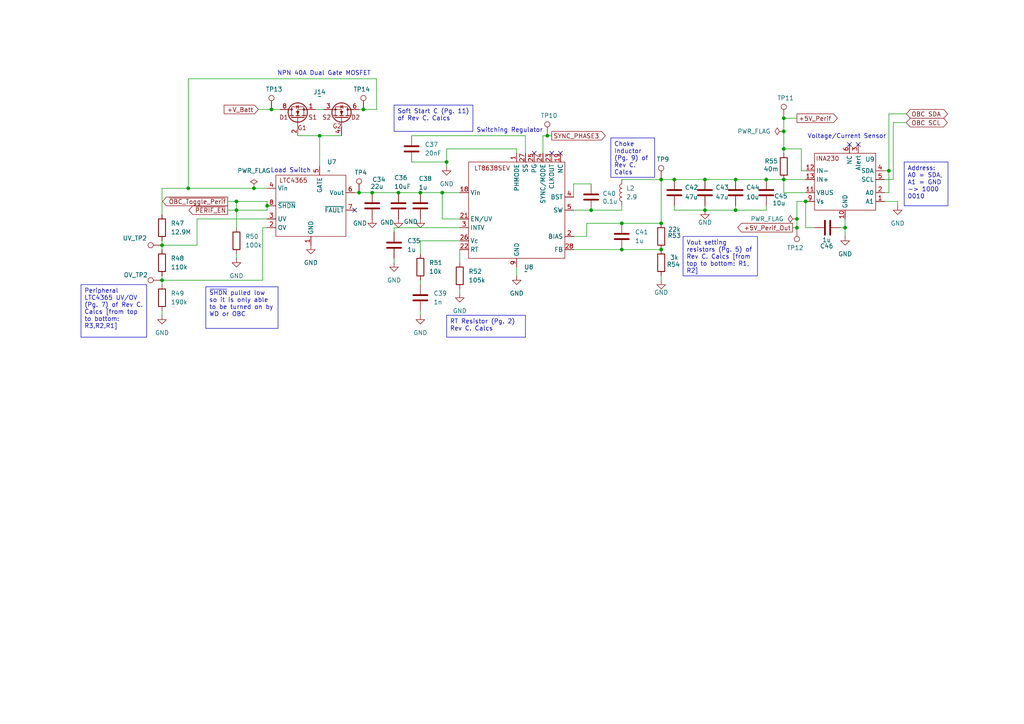
<source format=kicad_sch>
(kicad_sch (version 20250114) (generator "eeschema") (generator_version "9.0")
  (paper "A4")
  (lib_symbols
    (symbol "Connector:TestPoint" (pin_numbers (hide yes)) (pin_names (offset 0.762) (hide yes))
      (property "Reference" "TP" (at 0 6.858 0))
      (property "Value" "TestPoint" (at 0 5.08 0))
      (symbol "TestPoint_0_1"
        (circle (center 0 3.302) (radius 0.762))
      )
      (symbol "TestPoint_1_1"
        (pin passive line (at 0 0 90) (length 2.54) (name "1") (number "1"))
      )
    )
    (symbol "Device:C" (pin_numbers (hide yes)) (pin_names (offset 0.254))
      (property "Reference" "C" (at 0.635 2.54 0))
      (property "Value" "C" (at 0.635 -2.54 0))
      (symbol "C_0_1"
        (polyline (pts (xy -2.032 0.762) (xy 2.032 0.762)) (stroke (width 0.508)))
        (polyline (pts (xy -2.032 -0.762) (xy 2.032 -0.762)) (stroke (width 0.508)))
      )
      (symbol "C_1_1"
        (pin passive line (at 0 3.81 270) (length 2.794) (name "~") (number "1"))
        (pin passive line (at 0 -3.81 90) (length 2.794) (name "~") (number "2"))
      )
    )
    (symbol "Device:L" (pin_numbers (hide yes)) (pin_names (offset 1.016) (hide yes))
      (property "Reference" "L" (at -1.27 0 90))
      (property "Value" "L" (at 1.905 0 90))
      (symbol "L_0_1"
        (arc (start 0 2.54) (mid 0.6323 1.905) (end 0 1.27))
        (arc (start 0 1.27) (mid 0.6323 0.635) (end 0 0))
        (arc (start 0 0) (mid 0.6323 -0.635) (end 0 -1.27))
        (arc (start 0 -1.27) (mid 0.6323 -1.905) (end 0 -2.54))
      )
      (symbol "L_1_1"
        (pin passive line (at 0 3.81 270) (length 1.27) (name "1") (number "1"))
        (pin passive line (at 0 -3.81 90) (length 1.27) (name "2") (number "2"))
      )
    )
    (symbol "Device:R" (pin_numbers (hide yes)) (pin_names (offset 0))
      (property "Reference" "R" (at 2.032 0 90))
      (property "Value" "R" (at 0 0 90))
      (symbol "R_0_1"
        (rectangle (start -1.016 -2.54) (end 1.016 2.54) (stroke (width 0.254)))
      )
      (symbol "R_1_1"
        (pin passive line (at 0 3.81 270) (length 1.27) (name "~") (number "1"))
        (pin passive line (at 0 -3.81 90) (length 1.27) (name "~") (number "2"))
      )
    )
    (symbol "INA230:INA230 [RGT PACKAGE]"
      (property "Reference" "U" (at 7.62 7.62 0))
      (property "Value" "INA230" (at 0 0 0))
      (symbol "INA230 [RGT PACKAGE]_0_1"
        (rectangle (start -8.89 8.89) (end 8.89 -7.62))
      )
      (symbol "INA230 [RGT PACKAGE]_1_1"
        (text "INA230" (at -5.08 7.366 0) (effects (font (size 1.27 1.27))))
        (pin input line (at -11.43 3.81 0) (length 2.54) (name "IN-") (number "12"))
        (pin input line (at -11.43 1.27 0) (length 2.54) (name "IN+") (number "13"))
        (pin input line (at -11.43 -2.54 0) (length 2.54) (name "VBUS") (number "11"))
        (pin power_in line (at -11.43 -5.08 0) (length 2.54) (name "Vs") (number "9"))
        (pin power_in line (at 0 -10.16 90) (length 2.54) (name "GND") (number "10"))
        (pin passive line (at 1.27 11.43 270) (length 2.54) (name "NC") (number "6"))
        (pin output line (at 3.81 11.43 270) (length 2.54) (name "Alert") (number "3"))
        (pin bidirectional line (at 11.43 3.81 180) (length 2.54) (name "SDA") (number "4"))
        (pin bidirectional line (at 11.43 1.27 180) (length 2.54) (name "SCL") (number "5"))
        (pin input line (at 11.43 -2.54 180) (length 2.54) (name "A0") (number "2"))
        (pin input line (at 11.43 -5.08 180) (length 2.54) (name "A1") (number "1"))
      )
    )
    (symbol "LT8638SEV#PBF:LT863SEV#PBF"
      (property "Reference" "U" (at 12.954 -2.286 0))
      (symbol "LT863SEV#PBF_0_1"
        (rectangle (start -13.97 15.24) (end 13.97 -12.7))
      )
      (symbol "LT863SEV#PBF_1_1"
        (text "LT8638SEV\n" (at -7.112 13.462 0) (effects (font (size 1.27 1.27))))
        (pin power_in line (at -16.51 6.35 0) (length 2.54) (name "Vin") (number "18"))
        (pin input line (at -16.51 -1.27 0) (length 2.54) (name "EN/UV") (number "21"))
        (pin input line (at -16.51 -3.81 0) (length 2.54) (name "INTV") (number "3"))
        (pin input line (at -16.51 -7.62 0) (length 2.54) (name "Vc") (number "26"))
        (pin passive line (at -16.51 -10.16 0) (length 2.54) (name "RT") (number "22"))
        (pin passive line (at 0 17.78 270) (length 2.54) (name "PHMODE") (number "1"))
        (pin power_in line (at 0 -15.24 90) (length 2.54) (name "GND") (number "9"))
        (pin passive line (at 2.54 17.78 270) (length 2.54) (name "SS") (number "27"))
        (pin passive line (at 5.08 17.78 270) (length 2.54) (name "PG") (number "25"))
        (pin passive line (at 7.62 17.78 270) (length 2.54) (name "SYNC/MODE") (number "24"))
        (pin passive line (at 10.16 17.78 270) (length 2.54) (name "CLKOUT") (number "23"))
        (pin passive line (at 12.7 17.78 270) (length 2.54) (name "NC") (number "19"))
        (pin power_out line (at 16.51 5.08 180) (length 2.54) (name "BST") (number "4"))
        (pin power_out line (at 16.51 1.27 180) (length 2.54) (name "SW") (number "5"))
        (pin power_out line (at 16.51 -6.35 180) (length 2.54) (name "BIAS") (number "2"))
        (pin power_out line (at 16.51 -10.16 180) (length 2.54) (name "FB") (number "28"))
      )
    )
    (symbol "LTC4365:LTC4365"
      (property "Reference" "U" (at 7.874 -7.874 0))
      (symbol "LTC4365_0_1"
        (rectangle (start -11.43 8.89) (end 8.89 -8.89))
      )
      (symbol "LTC4365_1_1"
        (text "LTC4365\n" (at -6.35 7.366 0) (effects (font (size 1.27 1.27))))
        (pin power_in line (at -13.97 5.08 0) (length 2.54) (name "Vin") (number "4"))
        (pin passive line (at -13.97 0 0) (length 2.54) (name "~{SHDN}") (number "8"))
        (pin input line (at -13.97 -3.81 0) (length 2.54) (name "UV") (number "3"))
        (pin input line (at -13.97 -6.35 0) (length 2.54) (name "OV") (number "2"))
        (pin power_in line (at -1.27 -11.43 90) (length 2.54) (name "GND") (number "1"))
        (pin output line (at 1.27 11.43 270) (length 2.54) (name "GATE") (number "5"))
        (pin power_out line (at 11.43 3.81 180) (length 2.54) (name "Vout") (number "6"))
        (pin output line (at 11.43 -1.27 180) (length 2.54) (name "~{FAULT}") (number "7"))
      )
    )
    (symbol "SISB46DN:SISB46DN"
      (symbol "SISB46DN_0_1"
        (polyline (pts (xy -8.89 1.27) (xy -8.128 1.27)))
        (polyline (pts (xy -8.636 -0.508) (xy -7.62 -0.508)) (stroke (width 0.254)))
        (polyline (pts (xy -8.255 -1.016) (xy -4.445 -1.016)) (stroke (width 0.254)))
        (circle (center -8.128 1.27) (radius 0.254) (fill (type outline)))
        (polyline (pts (xy -6.858 1.524) (xy -6.731 1.651) (xy -6.731 2.413) (xy -6.604 2.54)))
        (polyline (pts (xy -6.858 -0.508) (xy -5.842 -0.508)) (stroke (width 0.254)))
        (polyline (pts (xy -6.731 2.032) (xy -6.096 1.651) (xy -6.096 2.413) (xy -6.731 2.032)))
        (circle (center -6.35 0.381) (radius 2.794) (stroke (width 0.254)))
        (polyline (pts (xy -6.35 -0.254) (xy -6.731 0.762) (xy -5.969 0.762) (xy -6.35 -0.254)) (fill (type outline)))
        (polyline (pts (xy -6.35 -1.016) (xy -6.35 -3.81)))
        (polyline (pts (xy -5.08 -0.508) (xy -4.064 -0.508)) (stroke (width 0.254)))
        (circle (center -4.572 1.27) (radius 0.254) (fill (type outline)))
        (polyline (pts (xy -4.572 -0.508) (xy -4.572 2.032) (xy -8.128 2.032) (xy -8.128 -0.508)))
        (polyline (pts (xy -3.81 1.27) (xy -6.35 1.27) (xy -6.35 -0.508)))
        (polyline (pts (xy 3.81 1.27) (xy 6.35 1.27) (xy 6.35 -0.508)))
        (circle (center 4.572 1.27) (radius 0.254) (fill (type outline)))
        (polyline (pts (xy 4.572 -0.508) (xy 4.572 2.032) (xy 8.128 2.032) (xy 8.128 -0.508)))
        (polyline (pts (xy 5.08 -0.508) (xy 4.064 -0.508)) (stroke (width 0.254)))
        (circle (center 6.35 0.381) (radius 2.794) (stroke (width 0.254)))
        (polyline (pts (xy 6.35 -0.254) (xy 6.731 0.762) (xy 5.969 0.762) (xy 6.35 -0.254)) (fill (type outline)))
        (polyline (pts (xy 6.35 -1.016) (xy 6.35 -3.81)))
        (polyline (pts (xy 6.731 2.032) (xy 6.096 1.651) (xy 6.096 2.413) (xy 6.731 2.032)))
        (polyline (pts (xy 6.858 1.524) (xy 6.731 1.651) (xy 6.731 2.413) (xy 6.604 2.54)))
        (polyline (pts (xy 6.858 -0.508) (xy 5.842 -0.508)) (stroke (width 0.254)))
        (circle (center 8.128 1.27) (radius 0.254) (fill (type outline)))
        (polyline (pts (xy 8.255 -1.016) (xy 4.445 -1.016)) (stroke (width 0.254)))
        (polyline (pts (xy 8.636 -0.508) (xy 7.62 -0.508)) (stroke (width 0.254)))
        (polyline (pts (xy 8.89 1.27) (xy 8.128 1.27)))
      )
      (symbol "SISB46DN_1_1"
        (text "D1" (at -10.414 -1.016 0) (effects (font (size 1.27 1.27))))
        (text "G1" (at -5.08 -4.064 0) (effects (font (size 1.27 1.27))))
        (text "S1" (at -2.032 -1.016 0) (effects (font (size 1.27 1.27))))
        (text "S2" (at 2.032 -1.016 0) (effects (font (size 1.27 1.27))))
        (text "G2" (at 5.08 -3.556 0) (effects (font (size 1.27 1.27))))
        (text "D2" (at 10.414 -1.016 0) (effects (font (size 1.27 1.27))))
        (pin passive line (at -11.43 1.27 0) (length 2.54) (hide yes) (name "") (number "7"))
        (pin passive line (at -11.43 1.27 0) (length 2.54) (name "") (number "8"))
        (pin input line (at -6.35 -6.35 90) (length 2.54) (name "") (number "2"))
        (pin passive line (at -1.27 1.27 180) (length 2.54) (name "") (number "1"))
        (pin passive line (at 1.27 1.27 0) (length 2.54) (name "") (number "3"))
        (pin input line (at 6.35 -6.35 90) (length 2.54) (name "") (number "4"))
        (pin passive line (at 11.43 1.27 180) (length 2.54) (hide yes) (name "") (number "5"))
        (pin passive line (at 11.43 1.27 180) (length 2.54) (name "") (number "6"))
      )
    )
    (symbol "power:GND" (power) (pin_numbers (hide yes)) (pin_names (offset 0) (hide yes))
      (property "Value" "GND" (at 0 -3.81 0))
      (symbol "GND_0_1"
        (polyline (pts (xy 0 0) (xy 0 -1.27) (xy 1.27 -1.27) (xy 0 -2.54) (xy -1.27 -1.27) (xy 0 -1.27)))
      )
      (symbol "GND_1_1"
        (pin power_in line (at 0 0 270) (length 0) (name "~") (number "1"))
      )
    )
    (symbol "power:PWR_FLAG" (power) (pin_numbers (hide yes)) (pin_names (offset 0) (hide yes))
      (property "Value" "PWR_FLAG" (at 0 3.81 0))
      (symbol "PWR_FLAG_0_0"
        (pin power_out line (at 0 0 90) (length 0) (name "~") (number "1"))
      )
      (symbol "PWR_FLAG_0_1"
        (polyline (pts (xy 0 0) (xy 0 1.27) (xy -1.016 1.905) (xy 0 2.54) (xy 1.016 1.905) (xy 0 1.27)))
      )
    )
  )
  (text "Voltage/Current Sensor" (at 245.618 39.624 0) (effects (font (size 1.27 1.27))))
  (text "NPN 40A Dual Gate MOSFET" (at 93.98 21.336 0) (effects (font (size 1.27 1.27))))
  (text "Load Switch" (at 84.328 49.53 0) (effects (font (size 1.27 1.27))))
  (text "Switching Regulator" (at 147.828 37.846 0) (effects (font (size 1.27 1.27))))
  (text_box "Vout setting resistors (Pg. 5) of Rev C. Calcs [from top to bottom: R1, R2]" (at 198.12 68.58 0) (size 21.59 11.43) (margins 0.9525 0.9525 0.9525 0.9525) (effects (font (size 1.27 1.27)) (justify left top)))
  (text_box "Peripheral LTC4365 UV/OV (Pg. 7) of Rev C. Calcs [from top to bottom: R3,R2,R1]" (at 23.495 82.55 0) (size 19.05 15.24) (margins 0.9525 0.9525 0.9525 0.9525) (effects (font (size 1.27 1.27)) (justify left top)))
  (text_box "RT Resistor (Pg. 2) Rev C. Calcs" (at 129.54 91.44 0) (size 22.86 6.35) (margins 0.9525 0.9525 0.9525 0.9525) (effects (font (size 1.27 1.27)) (justify left top)))
  (text_box "Soft Start C (Pg. 11) of Rev C. Calcs" (at 114.3 30.48 0) (size 22.86 7.62) (margins 0.9525 0.9525 0.9525 0.9525) (effects (font (size 1.27 1.27)) (justify left top)))
  (text_box "Choke Inductor (Pg. 9) of Rev C. Calcs" (at 177.165 40.005 0) (size 12.7 11.43) (margins 0.9525 0.9525 0.9525 0.9525) (effects (font (size 1.27 1.27)) (justify left top)))
  (text_box "~{SHDN} pulled low so it is only able to be turned on by WD or OBC" (at 59.69 83.185 0) (size 20.955 12.065) (margins 0.9525 0.9525 0.9525 0.9525) (effects (font (size 1.27 1.27)) (justify left top)))
  (text_box "Address: A0 = SDA, A1 = GND -> 1000 0010\n\n" (at 262.255 46.99 0) (size 12.7 12.7) (margins 0.9525 0.9525 0.9525 0.9525) (effects (font (size 1.27 1.27)) (justify left top)))
  (junction (at 46.99 71.12))
  (junction (at 73.66 54.61))
  (junction (at 222.25 52.07))
  (junction (at 204.47 60.96))
  (junction (at 68.58 58.42))
  (junction (at 129.54 46.99))
  (junction (at 92.71 39.37))
  (junction (at 121.92 55.88))
  (junction (at 158.75 39.37))
  (junction (at 171.45 60.96))
  (junction (at 191.77 72.39))
  (junction (at 233.68 58.42))
  (junction (at 245.11 66.04))
  (junction (at 180.34 72.39))
  (junction (at 231.14 66.04))
  (junction (at 231.14 63.5))
  (junction (at 68.58 60.96))
  (junction (at 107.95 55.88))
  (junction (at 128.27 55.88))
  (junction (at 191.77 64.77))
  (junction (at 78.74 31.75))
  (junction (at 54.61 54.61))
  (junction (at 227.33 43.18))
  (junction (at 227.33 34.29))
  (junction (at 191.77 52.07))
  (junction (at 195.58 52.07))
  (junction (at 204.47 52.07))
  (junction (at 180.34 64.77))
  (junction (at 213.36 52.07))
  (junction (at 46.99 81.28))
  (junction (at 104.14 55.88))
  (junction (at 115.57 55.88))
  (junction (at 213.36 60.96))
  (junction (at 105.41 31.75))
  (junction (at 257.81 49.53))
  (junction (at 77.47 59.69))
  (junction (at 227.33 52.07))
  (junction (at 227.33 38.1))
  (no_connect (at 162.56 44.45))
  (no_connect (at 102.87 60.96))
  (no_connect (at 248.92 41.91))
  (no_connect (at 154.94 44.45))
  (no_connect (at 160.02 44.45))
  (no_connect (at 246.38 41.91))
  (wire (pts (xy 104.14 31.75) (xy 105.41 31.75)))
  (wire (pts (xy 191.77 52.07) (xy 195.58 52.07)))
  (wire (pts (xy 115.57 55.88) (xy 121.92 55.88)))
  (wire (pts (xy 232.41 43.18) (xy 232.41 49.53)))
  (wire (pts (xy 195.58 52.07) (xy 204.47 52.07)))
  (wire (pts (xy 204.47 52.07) (xy 213.36 52.07)))
  (wire (pts (xy 46.99 69.85) (xy 46.99 71.12)))
  (wire (pts (xy 180.34 72.39) (xy 191.77 72.39)))
  (wire (pts (xy 46.99 54.61) (xy 46.99 62.23)))
  (wire (pts (xy 121.92 90.17) (xy 121.92 91.44)))
  (wire (pts (xy 191.77 52.07) (xy 191.77 64.77)))
  (wire (pts (xy 46.99 80.01) (xy 46.99 81.28)))
  (wire (pts (xy 68.58 58.42) (xy 77.47 58.42)))
  (wire (pts (xy 227.33 52.07) (xy 227.33 55.88)))
  (wire (pts (xy 66.04 60.96) (xy 68.58 60.96)))
  (wire (pts (xy 166.37 53.34) (xy 171.45 53.34)))
  (wire (pts (xy 243.84 66.04) (xy 245.11 66.04)))
  (wire (pts (xy 227.33 43.18) (xy 232.41 43.18)))
  (wire (pts (xy 68.58 60.96) (xy 68.58 66.04)))
  (wire (pts (xy 128.27 55.88) (xy 133.35 55.88)))
  (wire (pts (xy 166.37 68.58) (xy 170.18 68.58)))
  (wire (pts (xy 195.58 60.96) (xy 204.47 60.96)))
  (wire (pts (xy 160.02 39.37) (xy 158.75 39.37)))
  (wire (pts (xy 149.86 43.18) (xy 129.54 43.18)))
  (wire (pts (xy 76.2 81.28) (xy 76.2 66.04)))
  (wire (pts (xy 195.58 59.69) (xy 195.58 60.96)))
  (wire (pts (xy 149.86 43.18) (xy 149.86 44.45)))
  (wire (pts (xy 191.77 81.28) (xy 191.77 80.01)))
  (wire (pts (xy 222.25 60.96) (xy 222.25 59.69)))
  (wire (pts (xy 158.75 39.37) (xy 157.48 39.37)))
  (wire (pts (xy 233.68 66.04) (xy 236.22 66.04)))
  (wire (pts (xy 46.99 81.28) (xy 46.99 82.55)))
  (wire (pts (xy 231.14 63.5) (xy 231.14 58.42)))
  (wire (pts (xy 166.37 72.39) (xy 180.34 72.39)))
  (wire (pts (xy 121.92 81.28) (xy 121.92 82.55)))
  (wire (pts (xy 231.14 58.42) (xy 233.68 58.42)))
  (wire (pts (xy 222.25 52.07) (xy 227.33 52.07)))
  (wire (pts (xy 109.22 31.75) (xy 109.22 22.86)))
  (wire (pts (xy 227.33 38.1) (xy 227.33 34.29)))
  (wire (pts (xy 213.36 52.07) (xy 222.25 52.07)))
  (wire (pts (xy 245.11 68.58) (xy 245.11 66.04)))
  (wire (pts (xy 68.58 60.96) (xy 77.47 60.96)))
  (wire (pts (xy 54.61 54.61) (xy 73.66 54.61)))
  (wire (pts (xy 46.99 90.17) (xy 46.99 91.44)))
  (wire (pts (xy 257.81 33.02) (xy 262.89 33.02)))
  (wire (pts (xy 129.54 43.18) (xy 129.54 46.99)))
  (wire (pts (xy 133.35 63.5) (xy 128.27 63.5)))
  (wire (pts (xy 105.41 31.75) (xy 109.22 31.75)))
  (wire (pts (xy 46.99 71.12) (xy 57.15 71.12)))
  (wire (pts (xy 57.15 63.5) (xy 57.15 71.12)))
  (wire (pts (xy 166.37 57.15) (xy 166.37 53.34)))
  (wire (pts (xy 68.58 58.42) (xy 68.58 60.96)))
  (wire (pts (xy 152.4 44.45) (xy 152.4 39.37)))
  (wire (pts (xy 170.18 64.77) (xy 180.34 64.77)))
  (wire (pts (xy 109.22 22.86) (xy 54.61 22.86)))
  (wire (pts (xy 227.33 55.88) (xy 233.68 55.88)))
  (wire (pts (xy 121.92 69.85) (xy 121.92 73.66)))
  (wire (pts (xy 92.71 39.37) (xy 92.71 48.26)))
  (wire (pts (xy 256.54 58.42) (xy 260.35 58.42)))
  (wire (pts (xy 256.54 49.53) (xy 257.81 49.53)))
  (wire (pts (xy 91.44 31.75) (xy 93.98 31.75)))
  (wire (pts (xy 129.54 48.26) (xy 129.54 46.99)))
  (wire (pts (xy 133.35 83.82) (xy 133.35 85.09)))
  (wire (pts (xy 133.35 69.85) (xy 121.92 69.85)))
  (wire (pts (xy 245.11 66.04) (xy 245.11 63.5)))
  (wire (pts (xy 107.95 55.88) (xy 115.57 55.88)))
  (wire (pts (xy 46.99 71.12) (xy 46.99 72.39)))
  (wire (pts (xy 152.4 39.37) (xy 119.38 39.37)))
  (wire (pts (xy 257.81 55.88) (xy 257.81 49.53)))
  (wire (pts (xy 149.86 77.47) (xy 149.86 80.01)))
  (wire (pts (xy 121.92 55.88) (xy 128.27 55.88)))
  (wire (pts (xy 204.47 60.96) (xy 213.36 60.96)))
  (wire (pts (xy 66.04 58.42) (xy 68.58 58.42)))
  (wire (pts (xy 114.3 67.31) (xy 114.3 66.04)))
  (wire (pts (xy 227.33 34.29) (xy 231.14 34.29)))
  (wire (pts (xy 259.08 52.07) (xy 259.08 35.56)))
  (wire (pts (xy 92.71 39.37) (xy 99.06 39.37)))
  (wire (pts (xy 229.87 66.04) (xy 231.14 66.04)))
  (wire (pts (xy 180.34 60.96) (xy 180.34 59.69)))
  (wire (pts (xy 171.45 60.96) (xy 180.34 60.96)))
  (wire (pts (xy 77.47 58.42) (xy 77.47 59.69)))
  (wire (pts (xy 76.2 66.04) (xy 77.47 66.04)))
  (wire (pts (xy 68.58 73.66) (xy 68.58 74.93)))
  (wire (pts (xy 166.37 60.96) (xy 171.45 60.96)))
  (wire (pts (xy 77.47 60.96) (xy 77.47 59.69)))
  (wire (pts (xy 256.54 55.88) (xy 257.81 55.88)))
  (wire (pts (xy 114.3 66.04) (xy 133.35 66.04)))
  (wire (pts (xy 231.14 66.04) (xy 231.14 63.5)))
  (wire (pts (xy 57.15 63.5) (xy 77.47 63.5)))
  (wire (pts (xy 114.3 74.93) (xy 114.3 76.2)))
  (wire (pts (xy 54.61 22.86) (xy 54.61 54.61)))
  (wire (pts (xy 133.35 72.39) (xy 133.35 76.2)))
  (wire (pts (xy 213.36 60.96) (xy 222.25 60.96)))
  (wire (pts (xy 104.14 55.88) (xy 107.95 55.88)))
  (wire (pts (xy 86.36 39.37) (xy 92.71 39.37)))
  (wire (pts (xy 102.87 55.88) (xy 104.14 55.88)))
  (wire (pts (xy 256.54 52.07) (xy 259.08 52.07)))
  (wire (pts (xy 227.33 43.18) (xy 227.33 44.45)))
  (wire (pts (xy 233.68 58.42) (xy 233.68 66.04)))
  (wire (pts (xy 227.33 43.18) (xy 227.33 38.1)))
  (wire (pts (xy 213.36 59.69) (xy 213.36 60.96)))
  (wire (pts (xy 204.47 59.69) (xy 204.47 60.96)))
  (wire (pts (xy 78.74 31.75) (xy 81.28 31.75)))
  (wire (pts (xy 259.08 35.56) (xy 262.89 35.56)))
  (wire (pts (xy 191.77 52.07) (xy 180.34 52.07)))
  (wire (pts (xy 257.81 49.53) (xy 257.81 33.02)))
  (wire (pts (xy 74.93 31.75) (xy 78.74 31.75)))
  (wire (pts (xy 157.48 39.37) (xy 157.48 44.45)))
  (wire (pts (xy 170.18 64.77) (xy 170.18 68.58)))
  (wire (pts (xy 46.99 54.61) (xy 54.61 54.61)))
  (wire (pts (xy 232.41 49.53) (xy 233.68 49.53)))
  (wire (pts (xy 73.66 54.61) (xy 77.47 54.61)))
  (wire (pts (xy 46.99 81.28) (xy 76.2 81.28)))
  (wire (pts (xy 227.33 52.07) (xy 233.68 52.07)))
  (wire (pts (xy 260.35 58.42) (xy 260.35 59.69)))
  (wire (pts (xy 119.38 46.99) (xy 129.54 46.99)))
  (wire (pts (xy 180.34 64.77) (xy 191.77 64.77)))
  (wire (pts (xy 128.27 63.5) (xy 128.27 55.88)))
  (global_label "~{OBC_Toggle_Perif}" (shape output) (at 66.04 58.42 180) (property "Intersheetrefs" "${INTERSHEET_REFS}" (effects (hide yes))))
  (global_label "OBC SDA" (shape bidirectional) (at 262.89 33.02 0) (property "Intersheetrefs" "${INTERSHEET_REFS}" (effects (hide yes))))
  (global_label "~{PERIF_EN}" (shape output) (at 66.04 60.96 180) (property "Intersheetrefs" "${INTERSHEET_REFS}" (effects (hide yes))))
  (global_label "+5V_Perif_Out" (shape output) (at 229.87 66.04 180) (property "Intersheetrefs" "${INTERSHEET_REFS}" (effects (hide yes))))
  (global_label "OBC SCL" (shape bidirectional) (at 262.89 35.56 0) (property "Intersheetrefs" "${INTERSHEET_REFS}" (effects (hide yes))))
  (global_label "+5V_Perif" (shape output) (at 231.14 34.29 0) (property "Intersheetrefs" "${INTERSHEET_REFS}" (effects (hide yes))))
  (global_label "SYNC_PHASE3" (shape output) (at 160.02 39.37 0) (property "Intersheetrefs" "${INTERSHEET_REFS}" (effects (hide yes))))
  (global_label "+V_Batt" (shape input) (at 74.93 31.75 180) (property "Intersheetrefs" "${INTERSHEET_REFS}" (effects (hide yes))))
  (symbol (lib_id "Device:R") (at 68.58 69.85 0) (unit 1)
    (property "Reference" "R50" (at 71.12 68.5799 0) (effects (justify left)))
    (property "Value" "100k" (at 71.12 71.1199 0) (effects (justify left)))
    (property "Footprint" "Resistor_SMD:R_0603_1608Metric" (effects (hide yes)))
    (property "Description" "Resistor" (effects (hide yes)))
  )
  (symbol (lib_id "power:GND") (at 149.86 80.01 0) (unit 1)
    (property "Reference" "#PWR055" (effects (hide yes)))
    (property "Value" "GND" (at 149.86 85.09 0))
    (property "Description" "Power symbol creates a global label with name \"GND\" , ground" (effects (hide yes)))
  )
  (symbol (lib_id "power:GND") (at 107.95 63.5 0) (unit 1)
    (property "Reference" "#PWR048" (effects (hide yes)))
    (property "Value" "GND" (at 104.394 64.77 0))
    (property "Description" "Power symbol creates a global label with name \"GND\" , ground" (effects (hide yes)))
  )
  (symbol (lib_id "Device:C") (at 121.92 86.36 0) (unit 1)
    (property "Reference" "C39" (at 125.73 85.0899 0) (effects (justify left)))
    (property "Value" "1n" (at 125.73 87.6299 0) (effects (justify left)))
    (property "Footprint" "Capacitor_SMD:C_1210_3225Metric" (effects (hide yes)))
    (property "Description" "Unpolarized capacitor" (effects (hide yes)))
  )
  (symbol (lib_id "power:GND") (at 191.77 81.28 0) (unit 1)
    (property "Reference" "#PWR056" (effects (hide yes)))
    (property "Value" "GND" (at 191.77 84.836 0))
    (property "Description" "Power symbol creates a global label with name \"GND\" , ground" (effects (hide yes)))
  )
  (symbol (lib_id "Device:R") (at 227.33 48.26 0) (unit 1)
    (property "Reference" "R55" (at 221.742 46.736 0) (effects (justify left)))
    (property "Value" "40m" (at 221.488 49.022 0) (effects (justify left)))
    (property "Footprint" "Resistor_SMD:R_0603_1608Metric" (effects (hide yes)))
    (property "Description" "Resistor" (effects (hide yes)))
  )
  (symbol (lib_id "Device:R") (at 46.99 66.04 0) (unit 1)
    (property "Reference" "R47" (at 49.53 64.7699 0) (effects (justify left)))
    (property "Value" "12.9M" (at 49.53 67.3099 0) (effects (justify left)))
    (property "Footprint" "Resistor_SMD:R_0603_1608Metric" (effects (hide yes)))
    (property "Description" "Resistor" (effects (hide yes)))
  )
  (symbol (lib_id "Device:R") (at 46.99 86.36 0) (unit 1)
    (property "Reference" "R49" (at 49.53 85.0899 0) (effects (justify left)))
    (property "Value" "190k" (at 49.53 87.6299 0) (effects (justify left)))
    (property "Footprint" "Resistor_SMD:R_0603_1608Metric" (effects (hide yes)))
    (property "Description" "Resistor" (effects (hide yes)))
  )
  (symbol (lib_id "power:GND") (at 129.54 48.26 0) (unit 1)
    (property "Reference" "#PWR053" (effects (hide yes)))
    (property "Value" "GND" (at 129.54 53.34 0))
    (property "Description" "Power symbol creates a global label with name \"GND\" , ground" (effects (hide yes)))
  )
  (symbol (lib_id "Device:R") (at 133.35 80.01 0) (unit 1)
    (property "Reference" "R52" (at 135.89 78.7399 0) (effects (justify left)))
    (property "Value" "105k" (at 135.89 81.2799 0) (effects (justify left)))
    (property "Footprint" "Resistor_SMD:R_0603_1608Metric" (effects (hide yes)))
    (property "Description" "Resistor" (effects (hide yes)))
  )
  (symbol (lib_id "Connector:TestPoint") (at 227.33 34.29 0) (unit 1)
    (property "Reference" "TP11" (at 227.838 28.448 0))
    (property "Value" "TestPoint" (effects (hide yes)))
    (property "Footprint" "TestPoint:TestPoint_Pad_1.0x1.0mm" (effects (hide yes)))
    (property "Description" "test point" (effects (hide yes)))
  )
  (symbol (lib_id "LTC4365:LTC4365") (at 91.44 59.69 0) (unit 1)
    (property "Reference" "U7" (at 94.8533 46.99 0) (effects (justify left)))
    (property "Value" "~" (at 94.8533 49.53 0) (effects (justify left)))
    (property "Footprint" "RevC Footprints:LTC4365" (effects (hide yes)))
    (property "Datasheet" "https://www.analog.com/media/en/technical-documentation/data-sheets/LTC4365.pdf" (effects (hide yes)))
    (property "Description" "Overvoltage, Undervoltage and Reverse Supply Protection Controller" (effects (hide yes)))
  )
  (symbol (lib_id "Device:C") (at 195.58 55.88 0) (unit 1)
    (property "Reference" "C42" (at 198.628 54.356 0) (effects (justify left)))
    (property "Value" "47u" (at 198.628 57.15 0) (effects (justify left)))
    (property "Footprint" "Capacitor_SMD:C_1210_3225Metric" (effects (hide yes)))
    (property "Description" "Unpolarized capacitor" (effects (hide yes)))
  )
  (symbol (lib_id "Device:L") (at 180.34 55.88 180) (unit 1)
    (property "Reference" "L2" (at 181.61 54.6099 0) (effects (justify right)))
    (property "Value" "2.9" (at 181.61 57.1499 0) (effects (justify right)))
    (property "Footprint" "RevC Footprints:XEL6030102MEC" (effects (hide yes)))
    (property "Datasheet" "https://www.coilcraft.com/en-us/products/power/shielded-inductors/molded-inductor/xel/xel6030/?srsltid=AfmBOoqxe6hS-AVIr3woqGFRZjt3QaXyQi86MwGE0zvqKz2AENsjz4RA" (effects (hide yes)))
    (property "Description" "Coilcraft XEL6030-102 Power Inductor" (effects (hide yes)))
  )
  (symbol (lib_id "Device:C") (at 222.25 55.88 0) (unit 1)
    (property "Reference" "C45" (at 224.536 56.896 0) (effects (justify left)))
    (property "Value" "10u" (at 224.028 58.928 0) (effects (justify left)))
    (property "Footprint" "Capacitor_SMD:C_1210_3225Metric" (effects (hide yes)))
    (property "Description" "Unpolarized capacitor" (effects (hide yes)))
  )
  (symbol (lib_id "SISB46DN:SISB46DN") (at 92.71 33.02 0) (unit 1)
    (property "Reference" "J14" (at 92.71 26.67 0))
    (property "Value" "~" (at 92.71 27.94 0))
    (property "Footprint" "RevC Footprints:SISB46DN-T1-GE3" (effects (hide yes)))
    (property "Datasheet" "https://www.vishay.com/docs/76655/sisb46dn.pdf" (effects (hide yes)))
    (property "Description" "Dual N-Channel 40V (D-S) MOSFET" (effects (hide yes)))
  )
  (symbol (lib_id "power:GND") (at 121.92 63.5 0) (unit 1)
    (property "Reference" "#PWR051" (effects (hide yes)))
    (property "Value" "GND" (at 119.126 64.262 0))
    (property "Description" "Power symbol creates a global label with name \"GND\" , ground" (effects (hide yes)))
  )
  (symbol (lib_id "Connector:TestPoint") (at 46.99 81.28 90) (unit 1)
    (property "Reference" "OV_TP2" (at 39.37 79.756 90))
    (property "Value" "TestPoint" (effects (hide yes)))
    (property "Footprint" "TestPoint:TestPoint_Pad_1.0x1.0mm" (effects (hide yes)))
    (property "Description" "test point" (effects (hide yes)))
  )
  (symbol (lib_id "Device:C") (at 119.38 43.18 0) (unit 1)
    (property "Reference" "C37" (at 123.19 41.9099 0) (effects (justify left)))
    (property "Value" "20nF" (at 123.19 44.4499 0) (effects (justify left)))
    (property "Footprint" "Capacitor_SMD:C_1210_3225Metric" (effects (hide yes)))
    (property "Description" "Unpolarized capacitor" (effects (hide yes)))
  )
  (symbol (lib_id "LT8638SEV#PBF:LT863SEV#PBF") (at 149.86 62.23 0) (unit 1)
    (property "Reference" "U8" (at 152.0033 77.47 0) (effects (justify left)))
    (property "Value" "~" (at 152.0033 78.74 0) (effects (justify left)))
    (property "Footprint" "RevC Footprints:LT8638SEVPBF" (effects (hide yes)))
    (property "Datasheet" "https://www.mouser.com/datasheet/2/609/lt8638s-2301712.pdf" (effects (hide yes)))
    (property "Description" "42V, 10A/12A Peak Synchronous Step-Down Silent Switcher 2" (effects (hide yes)))
  )
  (symbol (lib_id "power:GND") (at 114.3 76.2 0) (unit 1)
    (property "Reference" "#PWR049" (effects (hide yes)))
    (property "Value" "GND" (at 114.3 81.28 0))
    (property "Description" "Power symbol creates a global label with name \"GND\" , ground" (effects (hide yes)))
  )
  (symbol (lib_id "power:PWR_FLAG") (at 231.14 63.5 90) (unit 1)
    (property "Reference" "#FLG010" (effects (hide yes)))
    (property "Value" "PWR_FLAG" (at 227.33 63.4999 90) (effects (justify left)))
    (property "Description" "Special symbol for telling ERC where power comes from" (effects (hide yes)))
  )
  (symbol (lib_id "Device:R") (at 191.77 76.2 0) (unit 1)
    (property "Reference" "R54" (at 195.326 76.708 0))
    (property "Value" "3k" (at 195.58 74.676 0))
    (property "Footprint" "Resistor_SMD:R_0603_1608Metric" (effects (hide yes)))
    (property "Description" "Resistor" (effects (hide yes)))
  )
  (symbol (lib_id "Device:C") (at 121.92 59.69 0) (unit 1)
    (property "Reference" "C38" (at 121.412 51.816 0) (effects (justify left)))
    (property "Value" "1u" (at 121.412 54.356 0) (effects (justify left)))
    (property "Footprint" "Capacitor_SMD:C_1210_3225Metric" (effects (hide yes)))
    (property "Description" "Unpolarized capacitor" (effects (hide yes)))
  )
  (symbol (lib_id "power:GND") (at 68.58 74.93 0) (unit 1)
    (property "Reference" "#PWR046" (effects (hide yes)))
    (property "Value" "GND" (at 68.58 80.01 0))
    (property "Description" "Power symbol creates a global label with name \"GND\" , ground" (effects (hide yes)))
  )
  (symbol (lib_id "power:GND") (at 204.47 60.96 0) (unit 1)
    (property "Reference" "#PWR057" (effects (hide yes)))
    (property "Value" "GND" (at 204.47 64.516 0))
    (property "Description" "Power symbol creates a global label with name \"GND\" , ground" (effects (hide yes)))
  )
  (symbol (lib_id "power:PWR_FLAG") (at 73.66 54.61 0) (unit 1)
    (property "Reference" "#FLG08" (effects (hide yes)))
    (property "Value" "PWR_FLAG" (at 73.66 49.53 0))
    (property "Description" "Special symbol for telling ERC where power comes from" (effects (hide yes)))
  )
  (symbol (lib_id "Device:C") (at 213.36 55.88 0) (unit 1)
    (property "Reference" "C44" (at 216.408 54.356 0) (effects (justify left)))
    (property "Value" "10u" (at 216.408 57.15 0) (effects (justify left)))
    (property "Footprint" "Capacitor_SMD:C_1210_3225Metric" (effects (hide yes)))
    (property "Description" "Unpolarized capacitor" (effects (hide yes)))
  )
  (symbol (lib_id "Connector:TestPoint") (at 46.99 71.12 90) (unit 1)
    (property "Reference" "UV_TP2" (at 39.116 69.088 90))
    (property "Value" "TestPoint" (effects (hide yes)))
    (property "Footprint" "TestPoint:TestPoint_Pad_1.0x1.0mm" (effects (hide yes)))
    (property "Description" "test point" (effects (hide yes)))
  )
  (symbol (lib_id "Connector:TestPoint") (at 231.14 66.04 180) (unit 1)
    (property "Reference" "TP12" (at 230.632 71.882 0))
    (property "Value" "TestPoint" (effects (hide yes)))
    (property "Footprint" "TestPoint:TestPoint_Pad_1.0x1.0mm" (effects (hide yes)))
    (property "Description" "test point" (effects (hide yes)))
  )
  (symbol (lib_id "Device:C") (at 114.3 71.12 0) (unit 1)
    (property "Reference" "C35" (at 118.11 69.8499 0) (effects (justify left)))
    (property "Value" "1u" (at 118.11 72.3899 0) (effects (justify left)))
    (property "Footprint" "Capacitor_SMD:C_1210_3225Metric" (effects (hide yes)))
    (property "Description" "Unpolarized capacitor" (effects (hide yes)))
  )
  (symbol (lib_id "power:GND") (at 115.57 63.5 0) (unit 1)
    (property "Reference" "#PWR050" (effects (hide yes)))
    (property "Value" "GND" (at 112.268 64.516 0))
    (property "Description" "Power symbol creates a global label with name \"GND\" , ground" (effects (hide yes)))
  )
  (symbol (lib_id "power:GND") (at 90.17 71.12 0) (unit 1)
    (property "Reference" "#PWR047" (effects (hide yes)))
    (property "Value" "GND" (at 90.17 76.2 0))
    (property "Description" "Power symbol creates a global label with name \"GND\" , ground" (effects (hide yes)))
  )
  (symbol (lib_id "Device:C") (at 240.03 66.04 270) (unit 1)
    (property "Reference" "C46" (at 239.776 71.374 90))
    (property "Value" "1u" (at 239.776 69.596 90))
    (property "Footprint" "Capacitor_SMD:C_1210_3225Metric" (effects (hide yes)))
    (property "Description" "Unpolarized capacitor" (effects (hide yes)))
  )
  (symbol (lib_id "Device:C") (at 115.57 59.69 0) (unit 1)
    (property "Reference" "C36" (at 114.3 51.562 0) (effects (justify left)))
    (property "Value" "10uF" (at 114.3 54.102 0) (effects (justify left)))
    (property "Footprint" "Capacitor_SMD:C_1210_3225Metric" (effects (hide yes)))
    (property "Description" "Unpolarized capacitor" (effects (hide yes)))
  )
  (symbol (lib_id "Connector:TestPoint") (at 104.14 55.88 0) (unit 1)
    (property "Reference" "TP4" (at 104.648 50.038 0))
    (property "Value" "TestPoint" (effects (hide yes)))
    (property "Footprint" "TestPoint:TestPoint_Pad_1.0x1.0mm" (effects (hide yes)))
    (property "Description" "test point" (effects (hide yes)))
  )
  (symbol (lib_id "power:GND") (at 46.99 91.44 0) (unit 1)
    (property "Reference" "#PWR045" (effects (hide yes)))
    (property "Value" "GND" (at 46.99 96.52 0))
    (property "Description" "Power symbol creates a global label with name \"GND\" , ground" (effects (hide yes)))
  )
  (symbol (lib_id "Connector:TestPoint") (at 191.77 52.07 0) (unit 1)
    (property "Reference" "TP9" (at 192.278 46.228 0))
    (property "Value" "TestPoint" (effects (hide yes)))
    (property "Footprint" "TestPoint:TestPoint_Pad_1.0x1.0mm" (effects (hide yes)))
    (property "Description" "test point" (effects (hide yes)))
  )
  (symbol (lib_id "Connector:TestPoint") (at 78.74 31.75 0) (unit 1)
    (property "Reference" "TP13" (at 79.502 25.908 0))
    (property "Value" "TestPoint" (effects (hide yes)))
    (property "Footprint" "TestPoint:TestPoint_Pad_1.0x1.0mm" (effects (hide yes)))
    (property "Description" "test point" (effects (hide yes)))
  )
  (symbol (lib_id "power:GND") (at 121.92 91.44 0) (unit 1)
    (property "Reference" "#PWR052" (effects (hide yes)))
    (property "Value" "GND" (at 121.92 96.52 0))
    (property "Description" "Power symbol creates a global label with name \"GND\" , ground" (effects (hide yes)))
  )
  (symbol (lib_id "Device:C") (at 107.95 59.69 0) (unit 1)
    (property "Reference" "C34" (at 107.95 52.07 0) (effects (justify left)))
    (property "Value" "22u" (at 107.442 54.102 0) (effects (justify left)))
    (property "Footprint" "Capacitor_SMD:C_1210_3225Metric" (effects (hide yes)))
    (property "Description" "Unpolarized capacitor" (effects (hide yes)))
  )
  (symbol (lib_id "power:GND") (at 245.11 68.58 0) (unit 1)
    (property "Reference" "#PWR058" (effects (hide yes)))
    (property "Value" "GND" (at 245.11 73.66 0))
    (property "Description" "Power symbol creates a global label with name \"GND\" , ground" (effects (hide yes)))
  )
  (symbol (lib_id "Device:R") (at 46.99 76.2 0) (unit 1)
    (property "Reference" "R48" (at 49.53 74.9299 0) (effects (justify left)))
    (property "Value" "110k" (at 49.53 77.4699 0) (effects (justify left)))
    (property "Footprint" "Resistor_SMD:R_0603_1608Metric" (effects (hide yes)))
    (property "Description" "Resistor" (effects (hide yes)))
  )
  (symbol (lib_id "Device:C") (at 180.34 68.58 0) (unit 1)
    (property "Reference" "C41" (at 184.15 67.3099 0) (effects (justify left)))
    (property "Value" "1u" (at 184.15 69.8499 0) (effects (justify left)))
    (property "Footprint" "Capacitor_SMD:C_1210_3225Metric" (effects (hide yes)))
    (property "Description" "Unpolarized capacitor" (effects (hide yes)))
  )
  (symbol (lib_id "Device:R") (at 121.92 77.47 0) (unit 1)
    (property "Reference" "R51" (at 124.46 76.1999 0) (effects (justify left)))
    (property "Value" "10k" (at 124.46 78.7399 0) (effects (justify left)))
    (property "Footprint" "Resistor_SMD:R_0603_1608Metric" (effects (hide yes)))
    (property "Description" "Resistor" (effects (hide yes)))
  )
  (symbol (lib_id "Device:C") (at 171.45 57.15 0) (unit 1)
    (property "Reference" "C40" (at 174.752 56.134 0) (effects (justify left)))
    (property "Value" "0.1u" (at 174.752 58.42 0) (effects (justify left)))
    (property "Footprint" "Capacitor_SMD:C_1210_3225Metric" (effects (hide yes)))
    (property "Description" "Unpolarized capacitor" (effects (hide yes)))
  )
  (symbol (lib_id "Connector:TestPoint") (at 105.41 31.75 0) (unit 1)
    (property "Reference" "TP14" (at 104.902 25.908 0))
    (property "Value" "TestPoint" (effects (hide yes)))
    (property "Footprint" "TestPoint:TestPoint_Pad_1.0x1.0mm" (effects (hide yes)))
    (property "Description" "test point" (effects (hide yes)))
  )
  (symbol (lib_id "Connector:TestPoint") (at 158.75 39.37 0) (unit 1)
    (property "Reference" "TP10" (at 159.258 33.528 0))
    (property "Value" "TestPoint" (effects (hide yes)))
    (property "Footprint" "TestPoint:TestPoint_Pad_1.0x1.0mm" (effects (hide yes)))
    (property "Description" "test point" (effects (hide yes)))
  )
  (symbol (lib_id "power:PWR_FLAG") (at 227.33 38.1 90) (unit 1)
    (property "Reference" "#FLG09" (effects (hide yes)))
    (property "Value" "PWR_FLAG" (at 223.52 38.0999 90) (effects (justify left)))
    (property "Description" "Special symbol for telling ERC where power comes from" (effects (hide yes)))
  )
  (symbol (lib_id "power:GND") (at 133.35 85.09 0) (unit 1)
    (property "Reference" "#PWR054" (effects (hide yes)))
    (property "Value" "GND" (at 133.35 90.17 0))
    (property "Description" "Power symbol creates a global label with name \"GND\" , ground" (effects (hide yes)))
  )
  (symbol (lib_id "power:GND") (at 260.35 59.69 0) (unit 1)
    (property "Reference" "#PWR059" (effects (hide yes)))
    (property "Value" "GND" (at 260.35 64.77 0))
    (property "Description" "Power symbol creates a global label with name \"GND\" , ground" (effects (hide yes)))
  )
  (symbol (lib_id "Device:C") (at 204.47 55.88 0) (unit 1)
    (property "Reference" "C43" (at 207.518 54.356 0) (effects (justify left)))
    (property "Value" "47u" (at 207.518 57.15 0) (effects (justify left)))
    (property "Footprint" "Capacitor_SMD:C_1210_3225Metric" (effects (hide yes)))
    (property "Description" "Unpolarized capacitor" (effects (hide yes)))
  )
  (symbol (lib_id "Device:R") (at 191.77 68.58 180) (unit 1)
    (property "Reference" "R53" (at 195.58 68.326 0))
    (property "Value" "22k" (at 195.58 66.548 0))
    (property "Footprint" "Resistor_SMD:R_0603_1608Metric" (effects (hide yes)))
    (property "Description" "Resistor" (effects (hide yes)))
  )
  (symbol (lib_id "INA230:INA230 [RGT PACKAGE]") (at 245.11 53.34 0) (unit 1)
    (property "Reference" "U9" (at 250.952 46.228 0) (effects (justify left)))
    (property "Value" "INA230" (effects (hide yes)))
    (property "Footprint" "RevC Footprints:INA230AIRGTT" (effects (hide yes)))
    (property "Datasheet" "https://www.ti.com/lit/ds/symlink/ina230.pdf?ts=1739195723292" (effects (hide yes)))
    (property "Description" "INA230 36V, 16-Bit, I2C Output Current, Voltage and Power Monitor With Alert" (effects (hide yes)))
  )
)
</source>
